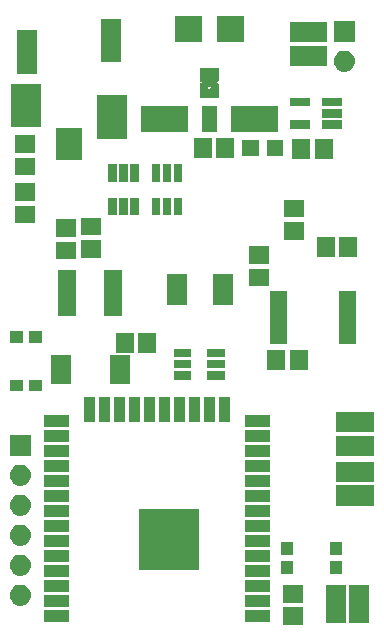
<source format=gbr>
G04 #@! TF.GenerationSoftware,KiCad,Pcbnew,(5.1.0)-1*
G04 #@! TF.CreationDate,2019-05-26T23:58:58+02:00*
G04 #@! TF.ProjectId,UWED,55574544-2e6b-4696-9361-645f70636258,rev?*
G04 #@! TF.SameCoordinates,Original*
G04 #@! TF.FileFunction,Soldermask,Top*
G04 #@! TF.FilePolarity,Negative*
%FSLAX46Y46*%
G04 Gerber Fmt 4.6, Leading zero omitted, Abs format (unit mm)*
G04 Created by KiCad (PCBNEW (5.1.0)-1) date 2019-05-26 23:58:58*
%MOMM*%
%LPD*%
G04 APERTURE LIST*
%ADD10C,0.100000*%
G04 APERTURE END LIST*
D10*
G36*
X156934600Y-132191600D02*
G01*
X155231400Y-132191600D01*
X155231400Y-130688400D01*
X156934600Y-130688400D01*
X156934600Y-132191600D01*
X156934600Y-132191600D01*
G37*
G36*
X162506600Y-132030600D02*
G01*
X160803400Y-132030600D01*
X160803400Y-128827400D01*
X162506600Y-128827400D01*
X162506600Y-132030600D01*
X162506600Y-132030600D01*
G37*
G36*
X160506600Y-132030600D02*
G01*
X158803400Y-132030600D01*
X158803400Y-128827400D01*
X160506600Y-128827400D01*
X160506600Y-132030600D01*
X160506600Y-132030600D01*
G37*
G36*
X137085000Y-131945000D02*
G01*
X134985000Y-131945000D01*
X134985000Y-130945000D01*
X137085000Y-130945000D01*
X137085000Y-131945000D01*
X137085000Y-131945000D01*
G37*
G36*
X154085000Y-131945000D02*
G01*
X151985000Y-131945000D01*
X151985000Y-130945000D01*
X154085000Y-130945000D01*
X154085000Y-131945000D01*
X154085000Y-131945000D01*
G37*
G36*
X137085000Y-130675000D02*
G01*
X134985000Y-130675000D01*
X134985000Y-129675000D01*
X137085000Y-129675000D01*
X137085000Y-130675000D01*
X137085000Y-130675000D01*
G37*
G36*
X154085000Y-130675000D02*
G01*
X151985000Y-130675000D01*
X151985000Y-129675000D01*
X154085000Y-129675000D01*
X154085000Y-130675000D01*
X154085000Y-130675000D01*
G37*
G36*
X133145431Y-128780023D02*
G01*
X133270939Y-128818096D01*
X133315085Y-128831487D01*
X133471431Y-128915056D01*
X133608475Y-129027525D01*
X133720944Y-129164569D01*
X133804513Y-129320915D01*
X133804514Y-129320919D01*
X133855977Y-129490569D01*
X133873354Y-129667000D01*
X133855977Y-129843431D01*
X133817904Y-129968939D01*
X133804513Y-130013085D01*
X133720944Y-130169431D01*
X133608475Y-130306475D01*
X133471431Y-130418944D01*
X133315085Y-130502513D01*
X133270939Y-130515904D01*
X133145431Y-130553977D01*
X133013207Y-130567000D01*
X132924793Y-130567000D01*
X132792569Y-130553977D01*
X132667061Y-130515904D01*
X132622915Y-130502513D01*
X132466569Y-130418944D01*
X132329525Y-130306475D01*
X132217056Y-130169431D01*
X132133487Y-130013085D01*
X132120096Y-129968939D01*
X132082023Y-129843431D01*
X132064646Y-129667000D01*
X132082023Y-129490569D01*
X132133486Y-129320919D01*
X132133487Y-129320915D01*
X132217056Y-129164569D01*
X132329525Y-129027525D01*
X132466569Y-128915056D01*
X132622915Y-128831487D01*
X132667061Y-128818096D01*
X132792569Y-128780023D01*
X132924793Y-128767000D01*
X133013207Y-128767000D01*
X133145431Y-128780023D01*
X133145431Y-128780023D01*
G37*
G36*
X156934600Y-130291600D02*
G01*
X155231400Y-130291600D01*
X155231400Y-128788400D01*
X156934600Y-128788400D01*
X156934600Y-130291600D01*
X156934600Y-130291600D01*
G37*
G36*
X137085000Y-129405000D02*
G01*
X134985000Y-129405000D01*
X134985000Y-128405000D01*
X137085000Y-128405000D01*
X137085000Y-129405000D01*
X137085000Y-129405000D01*
G37*
G36*
X154085000Y-129405000D02*
G01*
X151985000Y-129405000D01*
X151985000Y-128405000D01*
X154085000Y-128405000D01*
X154085000Y-129405000D01*
X154085000Y-129405000D01*
G37*
G36*
X154085000Y-128135000D02*
G01*
X151985000Y-128135000D01*
X151985000Y-127135000D01*
X154085000Y-127135000D01*
X154085000Y-128135000D01*
X154085000Y-128135000D01*
G37*
G36*
X137085000Y-128135000D02*
G01*
X134985000Y-128135000D01*
X134985000Y-127135000D01*
X137085000Y-127135000D01*
X137085000Y-128135000D01*
X137085000Y-128135000D01*
G37*
G36*
X133145431Y-126240023D02*
G01*
X133270939Y-126278096D01*
X133315085Y-126291487D01*
X133471431Y-126375056D01*
X133608475Y-126487525D01*
X133720944Y-126624569D01*
X133804513Y-126780915D01*
X133804514Y-126780919D01*
X133855977Y-126950569D01*
X133873354Y-127127000D01*
X133855977Y-127303431D01*
X133817904Y-127428939D01*
X133804513Y-127473085D01*
X133720944Y-127629431D01*
X133608475Y-127766475D01*
X133471431Y-127878944D01*
X133315085Y-127962513D01*
X133270939Y-127975904D01*
X133145431Y-128013977D01*
X133013207Y-128027000D01*
X132924793Y-128027000D01*
X132792569Y-128013977D01*
X132667061Y-127975904D01*
X132622915Y-127962513D01*
X132466569Y-127878944D01*
X132329525Y-127766475D01*
X132217056Y-127629431D01*
X132133487Y-127473085D01*
X132120096Y-127428939D01*
X132082023Y-127303431D01*
X132064646Y-127127000D01*
X132082023Y-126950569D01*
X132133486Y-126780919D01*
X132133487Y-126780915D01*
X132217056Y-126624569D01*
X132329525Y-126487525D01*
X132466569Y-126375056D01*
X132622915Y-126291487D01*
X132667061Y-126278096D01*
X132792569Y-126240023D01*
X132924793Y-126227000D01*
X133013207Y-126227000D01*
X133145431Y-126240023D01*
X133145431Y-126240023D01*
G37*
G36*
X160157000Y-127842000D02*
G01*
X159157000Y-127842000D01*
X159157000Y-126742000D01*
X160157000Y-126742000D01*
X160157000Y-127842000D01*
X160157000Y-127842000D01*
G37*
G36*
X156057000Y-127842000D02*
G01*
X155057000Y-127842000D01*
X155057000Y-126742000D01*
X156057000Y-126742000D01*
X156057000Y-127842000D01*
X156057000Y-127842000D01*
G37*
G36*
X148085000Y-127495000D02*
G01*
X142985000Y-127495000D01*
X142985000Y-122395000D01*
X148085000Y-122395000D01*
X148085000Y-127495000D01*
X148085000Y-127495000D01*
G37*
G36*
X137085000Y-126865000D02*
G01*
X134985000Y-126865000D01*
X134985000Y-125865000D01*
X137085000Y-125865000D01*
X137085000Y-126865000D01*
X137085000Y-126865000D01*
G37*
G36*
X154085000Y-126865000D02*
G01*
X151985000Y-126865000D01*
X151985000Y-125865000D01*
X154085000Y-125865000D01*
X154085000Y-126865000D01*
X154085000Y-126865000D01*
G37*
G36*
X156057000Y-126242000D02*
G01*
X155057000Y-126242000D01*
X155057000Y-125142000D01*
X156057000Y-125142000D01*
X156057000Y-126242000D01*
X156057000Y-126242000D01*
G37*
G36*
X160157000Y-126242000D02*
G01*
X159157000Y-126242000D01*
X159157000Y-125142000D01*
X160157000Y-125142000D01*
X160157000Y-126242000D01*
X160157000Y-126242000D01*
G37*
G36*
X137085000Y-125595000D02*
G01*
X134985000Y-125595000D01*
X134985000Y-124595000D01*
X137085000Y-124595000D01*
X137085000Y-125595000D01*
X137085000Y-125595000D01*
G37*
G36*
X154085000Y-125595000D02*
G01*
X151985000Y-125595000D01*
X151985000Y-124595000D01*
X154085000Y-124595000D01*
X154085000Y-125595000D01*
X154085000Y-125595000D01*
G37*
G36*
X133145431Y-123700023D02*
G01*
X133270939Y-123738096D01*
X133315085Y-123751487D01*
X133471431Y-123835056D01*
X133608475Y-123947525D01*
X133720944Y-124084569D01*
X133804513Y-124240915D01*
X133804514Y-124240919D01*
X133855977Y-124410569D01*
X133873354Y-124587000D01*
X133855977Y-124763431D01*
X133817904Y-124888939D01*
X133804513Y-124933085D01*
X133720944Y-125089431D01*
X133608475Y-125226475D01*
X133471431Y-125338944D01*
X133315085Y-125422513D01*
X133270939Y-125435904D01*
X133145431Y-125473977D01*
X133013207Y-125487000D01*
X132924793Y-125487000D01*
X132792569Y-125473977D01*
X132667061Y-125435904D01*
X132622915Y-125422513D01*
X132466569Y-125338944D01*
X132329525Y-125226475D01*
X132217056Y-125089431D01*
X132133487Y-124933085D01*
X132120096Y-124888939D01*
X132082023Y-124763431D01*
X132064646Y-124587000D01*
X132082023Y-124410569D01*
X132133486Y-124240919D01*
X132133487Y-124240915D01*
X132217056Y-124084569D01*
X132329525Y-123947525D01*
X132466569Y-123835056D01*
X132622915Y-123751487D01*
X132667061Y-123738096D01*
X132792569Y-123700023D01*
X132924793Y-123687000D01*
X133013207Y-123687000D01*
X133145431Y-123700023D01*
X133145431Y-123700023D01*
G37*
G36*
X154085000Y-124325000D02*
G01*
X151985000Y-124325000D01*
X151985000Y-123325000D01*
X154085000Y-123325000D01*
X154085000Y-124325000D01*
X154085000Y-124325000D01*
G37*
G36*
X137085000Y-124325000D02*
G01*
X134985000Y-124325000D01*
X134985000Y-123325000D01*
X137085000Y-123325000D01*
X137085000Y-124325000D01*
X137085000Y-124325000D01*
G37*
G36*
X154085000Y-123055000D02*
G01*
X151985000Y-123055000D01*
X151985000Y-122055000D01*
X154085000Y-122055000D01*
X154085000Y-123055000D01*
X154085000Y-123055000D01*
G37*
G36*
X137085000Y-123055000D02*
G01*
X134985000Y-123055000D01*
X134985000Y-122055000D01*
X137085000Y-122055000D01*
X137085000Y-123055000D01*
X137085000Y-123055000D01*
G37*
G36*
X133145431Y-121160023D02*
G01*
X133270939Y-121198096D01*
X133315085Y-121211487D01*
X133471431Y-121295056D01*
X133608475Y-121407525D01*
X133720944Y-121544569D01*
X133804513Y-121700915D01*
X133804514Y-121700919D01*
X133855977Y-121870569D01*
X133873354Y-122047000D01*
X133855977Y-122223431D01*
X133817904Y-122348939D01*
X133804513Y-122393085D01*
X133720944Y-122549431D01*
X133608475Y-122686475D01*
X133471431Y-122798944D01*
X133315085Y-122882513D01*
X133270939Y-122895904D01*
X133145431Y-122933977D01*
X133013207Y-122947000D01*
X132924793Y-122947000D01*
X132792569Y-122933977D01*
X132667061Y-122895904D01*
X132622915Y-122882513D01*
X132466569Y-122798944D01*
X132329525Y-122686475D01*
X132217056Y-122549431D01*
X132133487Y-122393085D01*
X132120096Y-122348939D01*
X132082023Y-122223431D01*
X132064646Y-122047000D01*
X132082023Y-121870569D01*
X132133486Y-121700919D01*
X132133487Y-121700915D01*
X132217056Y-121544569D01*
X132329525Y-121407525D01*
X132466569Y-121295056D01*
X132622915Y-121211487D01*
X132667061Y-121198096D01*
X132792569Y-121160023D01*
X132924793Y-121147000D01*
X133013207Y-121147000D01*
X133145431Y-121160023D01*
X133145431Y-121160023D01*
G37*
G36*
X162904200Y-122064800D02*
G01*
X159701000Y-122064800D01*
X159701000Y-120361600D01*
X162904200Y-120361600D01*
X162904200Y-122064800D01*
X162904200Y-122064800D01*
G37*
G36*
X137085000Y-121785000D02*
G01*
X134985000Y-121785000D01*
X134985000Y-120785000D01*
X137085000Y-120785000D01*
X137085000Y-121785000D01*
X137085000Y-121785000D01*
G37*
G36*
X154085000Y-121785000D02*
G01*
X151985000Y-121785000D01*
X151985000Y-120785000D01*
X154085000Y-120785000D01*
X154085000Y-121785000D01*
X154085000Y-121785000D01*
G37*
G36*
X137085000Y-120515000D02*
G01*
X134985000Y-120515000D01*
X134985000Y-119515000D01*
X137085000Y-119515000D01*
X137085000Y-120515000D01*
X137085000Y-120515000D01*
G37*
G36*
X154085000Y-120515000D02*
G01*
X151985000Y-120515000D01*
X151985000Y-119515000D01*
X154085000Y-119515000D01*
X154085000Y-120515000D01*
X154085000Y-120515000D01*
G37*
G36*
X133145431Y-118620023D02*
G01*
X133270939Y-118658096D01*
X133315085Y-118671487D01*
X133471431Y-118755056D01*
X133608475Y-118867525D01*
X133720944Y-119004569D01*
X133804513Y-119160915D01*
X133804514Y-119160919D01*
X133855977Y-119330569D01*
X133873354Y-119507000D01*
X133855977Y-119683431D01*
X133817904Y-119808939D01*
X133804513Y-119853085D01*
X133720944Y-120009431D01*
X133608475Y-120146475D01*
X133471431Y-120258944D01*
X133315085Y-120342513D01*
X133270939Y-120355904D01*
X133145431Y-120393977D01*
X133013207Y-120407000D01*
X132924793Y-120407000D01*
X132792569Y-120393977D01*
X132667061Y-120355904D01*
X132622915Y-120342513D01*
X132466569Y-120258944D01*
X132329525Y-120146475D01*
X132217056Y-120009431D01*
X132133487Y-119853085D01*
X132120096Y-119808939D01*
X132082023Y-119683431D01*
X132064646Y-119507000D01*
X132082023Y-119330569D01*
X132133486Y-119160919D01*
X132133487Y-119160915D01*
X132217056Y-119004569D01*
X132329525Y-118867525D01*
X132466569Y-118755056D01*
X132622915Y-118671487D01*
X132667061Y-118658096D01*
X132792569Y-118620023D01*
X132924793Y-118607000D01*
X133013207Y-118607000D01*
X133145431Y-118620023D01*
X133145431Y-118620023D01*
G37*
G36*
X162904200Y-120064800D02*
G01*
X159701000Y-120064800D01*
X159701000Y-118361600D01*
X162904200Y-118361600D01*
X162904200Y-120064800D01*
X162904200Y-120064800D01*
G37*
G36*
X137085000Y-119245000D02*
G01*
X134985000Y-119245000D01*
X134985000Y-118245000D01*
X137085000Y-118245000D01*
X137085000Y-119245000D01*
X137085000Y-119245000D01*
G37*
G36*
X154085000Y-119245000D02*
G01*
X151985000Y-119245000D01*
X151985000Y-118245000D01*
X154085000Y-118245000D01*
X154085000Y-119245000D01*
X154085000Y-119245000D01*
G37*
G36*
X154085000Y-117975000D02*
G01*
X151985000Y-117975000D01*
X151985000Y-116975000D01*
X154085000Y-116975000D01*
X154085000Y-117975000D01*
X154085000Y-117975000D01*
G37*
G36*
X137085000Y-117975000D02*
G01*
X134985000Y-117975000D01*
X134985000Y-116975000D01*
X137085000Y-116975000D01*
X137085000Y-117975000D01*
X137085000Y-117975000D01*
G37*
G36*
X162904200Y-117873800D02*
G01*
X159701000Y-117873800D01*
X159701000Y-116170600D01*
X162904200Y-116170600D01*
X162904200Y-117873800D01*
X162904200Y-117873800D01*
G37*
G36*
X133869000Y-117867000D02*
G01*
X132069000Y-117867000D01*
X132069000Y-116067000D01*
X133869000Y-116067000D01*
X133869000Y-117867000D01*
X133869000Y-117867000D01*
G37*
G36*
X137085000Y-116705000D02*
G01*
X134985000Y-116705000D01*
X134985000Y-115705000D01*
X137085000Y-115705000D01*
X137085000Y-116705000D01*
X137085000Y-116705000D01*
G37*
G36*
X154085000Y-116705000D02*
G01*
X151985000Y-116705000D01*
X151985000Y-115705000D01*
X154085000Y-115705000D01*
X154085000Y-116705000D01*
X154085000Y-116705000D01*
G37*
G36*
X162904200Y-115873800D02*
G01*
X159701000Y-115873800D01*
X159701000Y-114170600D01*
X162904200Y-114170600D01*
X162904200Y-115873800D01*
X162904200Y-115873800D01*
G37*
G36*
X154085000Y-115435000D02*
G01*
X151985000Y-115435000D01*
X151985000Y-114435000D01*
X154085000Y-114435000D01*
X154085000Y-115435000D01*
X154085000Y-115435000D01*
G37*
G36*
X137085000Y-115435000D02*
G01*
X134985000Y-115435000D01*
X134985000Y-114435000D01*
X137085000Y-114435000D01*
X137085000Y-115435000D01*
X137085000Y-115435000D01*
G37*
G36*
X141860000Y-114985000D02*
G01*
X140860000Y-114985000D01*
X140860000Y-112885000D01*
X141860000Y-112885000D01*
X141860000Y-114985000D01*
X141860000Y-114985000D01*
G37*
G36*
X149480000Y-114985000D02*
G01*
X148480000Y-114985000D01*
X148480000Y-112885000D01*
X149480000Y-112885000D01*
X149480000Y-114985000D01*
X149480000Y-114985000D01*
G37*
G36*
X150750000Y-114985000D02*
G01*
X149750000Y-114985000D01*
X149750000Y-112885000D01*
X150750000Y-112885000D01*
X150750000Y-114985000D01*
X150750000Y-114985000D01*
G37*
G36*
X148210000Y-114985000D02*
G01*
X147210000Y-114985000D01*
X147210000Y-112885000D01*
X148210000Y-112885000D01*
X148210000Y-114985000D01*
X148210000Y-114985000D01*
G37*
G36*
X145670000Y-114985000D02*
G01*
X144670000Y-114985000D01*
X144670000Y-112885000D01*
X145670000Y-112885000D01*
X145670000Y-114985000D01*
X145670000Y-114985000D01*
G37*
G36*
X140590000Y-114985000D02*
G01*
X139590000Y-114985000D01*
X139590000Y-112885000D01*
X140590000Y-112885000D01*
X140590000Y-114985000D01*
X140590000Y-114985000D01*
G37*
G36*
X139320000Y-114985000D02*
G01*
X138320000Y-114985000D01*
X138320000Y-112885000D01*
X139320000Y-112885000D01*
X139320000Y-114985000D01*
X139320000Y-114985000D01*
G37*
G36*
X144400000Y-114985000D02*
G01*
X143400000Y-114985000D01*
X143400000Y-112885000D01*
X144400000Y-112885000D01*
X144400000Y-114985000D01*
X144400000Y-114985000D01*
G37*
G36*
X146940000Y-114985000D02*
G01*
X145940000Y-114985000D01*
X145940000Y-112885000D01*
X146940000Y-112885000D01*
X146940000Y-114985000D01*
X146940000Y-114985000D01*
G37*
G36*
X143130000Y-114985000D02*
G01*
X142130000Y-114985000D01*
X142130000Y-112885000D01*
X143130000Y-112885000D01*
X143130000Y-114985000D01*
X143130000Y-114985000D01*
G37*
G36*
X133227000Y-112405000D02*
G01*
X132127000Y-112405000D01*
X132127000Y-111405000D01*
X133227000Y-111405000D01*
X133227000Y-112405000D01*
X133227000Y-112405000D01*
G37*
G36*
X134827000Y-112405000D02*
G01*
X133727000Y-112405000D01*
X133727000Y-111405000D01*
X134827000Y-111405000D01*
X134827000Y-112405000D01*
X134827000Y-112405000D01*
G37*
G36*
X137262200Y-111796800D02*
G01*
X135559000Y-111796800D01*
X135559000Y-109293600D01*
X137262200Y-109293600D01*
X137262200Y-111796800D01*
X137262200Y-111796800D01*
G37*
G36*
X142262200Y-111796800D02*
G01*
X140559000Y-111796800D01*
X140559000Y-109293600D01*
X142262200Y-109293600D01*
X142262200Y-111796800D01*
X142262200Y-111796800D01*
G37*
G36*
X147434200Y-111399400D02*
G01*
X145961000Y-111399400D01*
X145961000Y-110688200D01*
X147434200Y-110688200D01*
X147434200Y-111399400D01*
X147434200Y-111399400D01*
G37*
G36*
X150253600Y-111399400D02*
G01*
X148780400Y-111399400D01*
X148780400Y-110688200D01*
X150253600Y-110688200D01*
X150253600Y-111399400D01*
X150253600Y-111399400D01*
G37*
G36*
X157276600Y-110579600D02*
G01*
X155773400Y-110579600D01*
X155773400Y-108876400D01*
X157276600Y-108876400D01*
X157276600Y-110579600D01*
X157276600Y-110579600D01*
G37*
G36*
X155376600Y-110579600D02*
G01*
X153873400Y-110579600D01*
X153873400Y-108876400D01*
X155376600Y-108876400D01*
X155376600Y-110579600D01*
X155376600Y-110579600D01*
G37*
G36*
X150253600Y-110459600D02*
G01*
X148780400Y-110459600D01*
X148780400Y-109748400D01*
X150253600Y-109748400D01*
X150253600Y-110459600D01*
X150253600Y-110459600D01*
G37*
G36*
X147434200Y-110459600D02*
G01*
X145961000Y-110459600D01*
X145961000Y-109748400D01*
X147434200Y-109748400D01*
X147434200Y-110459600D01*
X147434200Y-110459600D01*
G37*
G36*
X150253600Y-109519800D02*
G01*
X148780400Y-109519800D01*
X148780400Y-108808600D01*
X150253600Y-108808600D01*
X150253600Y-109519800D01*
X150253600Y-109519800D01*
G37*
G36*
X147434200Y-109519800D02*
G01*
X145961000Y-109519800D01*
X145961000Y-108808600D01*
X147434200Y-108808600D01*
X147434200Y-109519800D01*
X147434200Y-109519800D01*
G37*
G36*
X142562200Y-109126800D02*
G01*
X141059000Y-109126800D01*
X141059000Y-107423600D01*
X142562200Y-107423600D01*
X142562200Y-109126800D01*
X142562200Y-109126800D01*
G37*
G36*
X144462200Y-109126800D02*
G01*
X142959000Y-109126800D01*
X142959000Y-107423600D01*
X144462200Y-107423600D01*
X144462200Y-109126800D01*
X144462200Y-109126800D01*
G37*
G36*
X155547200Y-107726251D02*
G01*
X155548641Y-107740883D01*
X155548641Y-108423550D01*
X154075441Y-108423550D01*
X154075441Y-107848549D01*
X154074000Y-107833917D01*
X154074000Y-103900050D01*
X155547200Y-103900050D01*
X155547200Y-107726251D01*
X155547200Y-107726251D01*
G37*
G36*
X161398640Y-108423309D02*
G01*
X159925440Y-108423309D01*
X159925440Y-103900050D01*
X161398640Y-103900050D01*
X161398640Y-108423309D01*
X161398640Y-108423309D01*
G37*
G36*
X134827000Y-108305000D02*
G01*
X133727000Y-108305000D01*
X133727000Y-107305000D01*
X134827000Y-107305000D01*
X134827000Y-108305000D01*
X134827000Y-108305000D01*
G37*
G36*
X133227000Y-108305000D02*
G01*
X132127000Y-108305000D01*
X132127000Y-107305000D01*
X133227000Y-107305000D01*
X133227000Y-108305000D01*
X133227000Y-108305000D01*
G37*
G36*
X137655200Y-105995550D02*
G01*
X136182000Y-105995550D01*
X136182000Y-102122050D01*
X137655200Y-102122050D01*
X137655200Y-105995550D01*
X137655200Y-105995550D01*
G37*
G36*
X141556640Y-105995550D02*
G01*
X140083440Y-105995550D01*
X140083440Y-102122050D01*
X141556640Y-102122050D01*
X141556640Y-105995550D01*
X141556640Y-105995550D01*
G37*
G36*
X147041200Y-105075800D02*
G01*
X145338000Y-105075800D01*
X145338000Y-102502600D01*
X147041200Y-102502600D01*
X147041200Y-105075800D01*
X147041200Y-105075800D01*
G37*
G36*
X150941200Y-105075800D02*
G01*
X149238000Y-105075800D01*
X149238000Y-102502600D01*
X150941200Y-102502600D01*
X150941200Y-105075800D01*
X150941200Y-105075800D01*
G37*
G36*
X154026200Y-103499800D02*
G01*
X152323000Y-103499800D01*
X152323000Y-101996600D01*
X154026200Y-101996600D01*
X154026200Y-103499800D01*
X154026200Y-103499800D01*
G37*
G36*
X154026200Y-101599800D02*
G01*
X152323000Y-101599800D01*
X152323000Y-100096600D01*
X154026200Y-100096600D01*
X154026200Y-101599800D01*
X154026200Y-101599800D01*
G37*
G36*
X137643200Y-101213800D02*
G01*
X135940000Y-101213800D01*
X135940000Y-99710600D01*
X137643200Y-99710600D01*
X137643200Y-101213800D01*
X137643200Y-101213800D01*
G37*
G36*
X139802200Y-101086800D02*
G01*
X138099000Y-101086800D01*
X138099000Y-99583600D01*
X139802200Y-99583600D01*
X139802200Y-101086800D01*
X139802200Y-101086800D01*
G37*
G36*
X159580200Y-100998800D02*
G01*
X158077000Y-100998800D01*
X158077000Y-99295600D01*
X159580200Y-99295600D01*
X159580200Y-100998800D01*
X159580200Y-100998800D01*
G37*
G36*
X161480200Y-100998800D02*
G01*
X159977000Y-100998800D01*
X159977000Y-99295600D01*
X161480200Y-99295600D01*
X161480200Y-100998800D01*
X161480200Y-100998800D01*
G37*
G36*
X156947200Y-99562800D02*
G01*
X155244000Y-99562800D01*
X155244000Y-98059600D01*
X156947200Y-98059600D01*
X156947200Y-99562800D01*
X156947200Y-99562800D01*
G37*
G36*
X137643200Y-99313800D02*
G01*
X135940000Y-99313800D01*
X135940000Y-97810600D01*
X137643200Y-97810600D01*
X137643200Y-99313800D01*
X137643200Y-99313800D01*
G37*
G36*
X139802200Y-99186800D02*
G01*
X138099000Y-99186800D01*
X138099000Y-97683600D01*
X139802200Y-97683600D01*
X139802200Y-99186800D01*
X139802200Y-99186800D01*
G37*
G36*
X134214200Y-98165800D02*
G01*
X132511000Y-98165800D01*
X132511000Y-96662600D01*
X134214200Y-96662600D01*
X134214200Y-98165800D01*
X134214200Y-98165800D01*
G37*
G36*
X156947200Y-97662800D02*
G01*
X155244000Y-97662800D01*
X155244000Y-96159600D01*
X156947200Y-96159600D01*
X156947200Y-97662800D01*
X156947200Y-97662800D01*
G37*
G36*
X146672200Y-97480200D02*
G01*
X145961000Y-97480200D01*
X145961000Y-96007000D01*
X146672200Y-96007000D01*
X146672200Y-97480200D01*
X146672200Y-97480200D01*
G37*
G36*
X142049400Y-97480200D02*
G01*
X141338200Y-97480200D01*
X141338200Y-96007000D01*
X142049400Y-96007000D01*
X142049400Y-97480200D01*
X142049400Y-97480200D01*
G37*
G36*
X141109600Y-97480200D02*
G01*
X140398400Y-97480200D01*
X140398400Y-96007000D01*
X141109600Y-96007000D01*
X141109600Y-97480200D01*
X141109600Y-97480200D01*
G37*
G36*
X142989200Y-97480200D02*
G01*
X142278000Y-97480200D01*
X142278000Y-96007000D01*
X142989200Y-96007000D01*
X142989200Y-97480200D01*
X142989200Y-97480200D01*
G37*
G36*
X144792600Y-97480200D02*
G01*
X144081400Y-97480200D01*
X144081400Y-96007000D01*
X144792600Y-96007000D01*
X144792600Y-97480200D01*
X144792600Y-97480200D01*
G37*
G36*
X145732400Y-97480200D02*
G01*
X145021200Y-97480200D01*
X145021200Y-96007000D01*
X145732400Y-96007000D01*
X145732400Y-97480200D01*
X145732400Y-97480200D01*
G37*
G36*
X134214200Y-96265800D02*
G01*
X132511000Y-96265800D01*
X132511000Y-94762600D01*
X134214200Y-94762600D01*
X134214200Y-96265800D01*
X134214200Y-96265800D01*
G37*
G36*
X144792600Y-94660800D02*
G01*
X144081400Y-94660800D01*
X144081400Y-93187600D01*
X144792600Y-93187600D01*
X144792600Y-94660800D01*
X144792600Y-94660800D01*
G37*
G36*
X145732400Y-94660800D02*
G01*
X145021200Y-94660800D01*
X145021200Y-93187600D01*
X145732400Y-93187600D01*
X145732400Y-94660800D01*
X145732400Y-94660800D01*
G37*
G36*
X141109600Y-94660800D02*
G01*
X140398400Y-94660800D01*
X140398400Y-93187600D01*
X141109600Y-93187600D01*
X141109600Y-94660800D01*
X141109600Y-94660800D01*
G37*
G36*
X142989200Y-94660800D02*
G01*
X142278000Y-94660800D01*
X142278000Y-93187600D01*
X142989200Y-93187600D01*
X142989200Y-94660800D01*
X142989200Y-94660800D01*
G37*
G36*
X142049400Y-94660800D02*
G01*
X141338200Y-94660800D01*
X141338200Y-93187600D01*
X142049400Y-93187600D01*
X142049400Y-94660800D01*
X142049400Y-94660800D01*
G37*
G36*
X146672200Y-94660800D02*
G01*
X145961000Y-94660800D01*
X145961000Y-93187600D01*
X146672200Y-93187600D01*
X146672200Y-94660800D01*
X146672200Y-94660800D01*
G37*
G36*
X134214200Y-94101800D02*
G01*
X132511000Y-94101800D01*
X132511000Y-92598600D01*
X134214200Y-92598600D01*
X134214200Y-94101800D01*
X134214200Y-94101800D01*
G37*
G36*
X138147200Y-92843800D02*
G01*
X135944000Y-92843800D01*
X135944000Y-90140600D01*
X138147200Y-90140600D01*
X138147200Y-92843800D01*
X138147200Y-92843800D01*
G37*
G36*
X157501600Y-92751600D02*
G01*
X155998400Y-92751600D01*
X155998400Y-91048400D01*
X157501600Y-91048400D01*
X157501600Y-92751600D01*
X157501600Y-92751600D01*
G37*
G36*
X159401600Y-92751600D02*
G01*
X157898400Y-92751600D01*
X157898400Y-91048400D01*
X159401600Y-91048400D01*
X159401600Y-92751600D01*
X159401600Y-92751600D01*
G37*
G36*
X149166200Y-92616800D02*
G01*
X147663000Y-92616800D01*
X147663000Y-90913600D01*
X149166200Y-90913600D01*
X149166200Y-92616800D01*
X149166200Y-92616800D01*
G37*
G36*
X151066200Y-92616800D02*
G01*
X149563000Y-92616800D01*
X149563000Y-90913600D01*
X151066200Y-90913600D01*
X151066200Y-92616800D01*
X151066200Y-92616800D01*
G37*
G36*
X155231000Y-92492200D02*
G01*
X153827800Y-92492200D01*
X153827800Y-91089000D01*
X155231000Y-91089000D01*
X155231000Y-92492200D01*
X155231000Y-92492200D01*
G37*
G36*
X153131000Y-92492200D02*
G01*
X151727800Y-92492200D01*
X151727800Y-91089000D01*
X153131000Y-91089000D01*
X153131000Y-92492200D01*
X153131000Y-92492200D01*
G37*
G36*
X134214200Y-92201800D02*
G01*
X132511000Y-92201800D01*
X132511000Y-90698600D01*
X134214200Y-90698600D01*
X134214200Y-92201800D01*
X134214200Y-92201800D01*
G37*
G36*
X141997200Y-91043800D02*
G01*
X139494000Y-91043800D01*
X139494000Y-87340600D01*
X141997200Y-87340600D01*
X141997200Y-91043800D01*
X141997200Y-91043800D01*
G37*
G36*
X154800200Y-90469800D02*
G01*
X150787000Y-90469800D01*
X150787000Y-88234600D01*
X154800200Y-88234600D01*
X154800200Y-90469800D01*
X154800200Y-90469800D01*
G37*
G36*
X149593200Y-90469800D02*
G01*
X148374000Y-90469800D01*
X148374000Y-88234600D01*
X149593200Y-88234600D01*
X149593200Y-90469800D01*
X149593200Y-90469800D01*
G37*
G36*
X147180200Y-90469800D02*
G01*
X143167000Y-90469800D01*
X143167000Y-88234600D01*
X147180200Y-88234600D01*
X147180200Y-90469800D01*
X147180200Y-90469800D01*
G37*
G36*
X157480000Y-90175000D02*
G01*
X155820000Y-90175000D01*
X155820000Y-89425000D01*
X157480000Y-89425000D01*
X157480000Y-90175000D01*
X157480000Y-90175000D01*
G37*
G36*
X160180000Y-90175000D02*
G01*
X158520000Y-90175000D01*
X158520000Y-89425000D01*
X160180000Y-89425000D01*
X160180000Y-90175000D01*
X160180000Y-90175000D01*
G37*
G36*
X134697200Y-90043800D02*
G01*
X132194000Y-90043800D01*
X132194000Y-86340600D01*
X134697200Y-86340600D01*
X134697200Y-90043800D01*
X134697200Y-90043800D01*
G37*
G36*
X160180000Y-89225000D02*
G01*
X158520000Y-89225000D01*
X158520000Y-88475000D01*
X160180000Y-88475000D01*
X160180000Y-89225000D01*
X160180000Y-89225000D01*
G37*
G36*
X160180000Y-88275000D02*
G01*
X158520000Y-88275000D01*
X158520000Y-87525000D01*
X160180000Y-87525000D01*
X160180000Y-88275000D01*
X160180000Y-88275000D01*
G37*
G36*
X157480000Y-88275000D02*
G01*
X155820000Y-88275000D01*
X155820000Y-87525000D01*
X157480000Y-87525000D01*
X157480000Y-88275000D01*
X157480000Y-88275000D01*
G37*
G36*
X149709803Y-85015723D02*
G01*
X149719227Y-85018582D01*
X149727912Y-85023224D01*
X149735526Y-85029474D01*
X149741776Y-85037088D01*
X149746418Y-85045773D01*
X149749277Y-85055197D01*
X149750605Y-85068684D01*
X149750605Y-86061316D01*
X149749277Y-86074803D01*
X149746418Y-86084227D01*
X149741776Y-86092912D01*
X149735540Y-86100510D01*
X149735537Y-86100512D01*
X149735526Y-86100526D01*
X149727869Y-86106804D01*
X149727837Y-86106825D01*
X149724987Y-86109162D01*
X149603069Y-86190441D01*
X149591694Y-86199756D01*
X149582355Y-86211112D01*
X149575411Y-86224071D01*
X149571128Y-86238136D01*
X149569672Y-86252766D01*
X149571098Y-86267399D01*
X149575351Y-86281473D01*
X149582268Y-86294446D01*
X149591583Y-86305821D01*
X149602939Y-86315160D01*
X149615898Y-86322104D01*
X149629963Y-86326387D01*
X149644593Y-86327843D01*
X149659226Y-86326417D01*
X149673300Y-86322164D01*
X149679944Y-86319030D01*
X149680822Y-86318562D01*
X149690250Y-86315713D01*
X149693518Y-86315395D01*
X149700051Y-86314758D01*
X149700053Y-86314758D01*
X149701554Y-86314908D01*
X149709854Y-86315733D01*
X149719275Y-86318602D01*
X149727956Y-86323254D01*
X149735565Y-86329512D01*
X149741803Y-86337129D01*
X149741804Y-86337131D01*
X149746438Y-86345822D01*
X149748680Y-86353241D01*
X149749292Y-86355266D01*
X149750605Y-86368669D01*
X149750605Y-87511316D01*
X149749277Y-87524803D01*
X149746418Y-87534227D01*
X149741776Y-87542912D01*
X149735526Y-87550526D01*
X149727912Y-87556776D01*
X149719227Y-87561418D01*
X149709803Y-87564277D01*
X149696316Y-87565605D01*
X148203684Y-87565605D01*
X148190197Y-87564277D01*
X148180773Y-87561418D01*
X148172088Y-87556776D01*
X148164474Y-87550526D01*
X148158224Y-87542912D01*
X148153582Y-87534227D01*
X148150723Y-87524803D01*
X148149395Y-87511316D01*
X148149395Y-86669908D01*
X148820184Y-86669908D01*
X148820184Y-86684610D01*
X148823053Y-86699030D01*
X148828680Y-86712613D01*
X148836848Y-86724837D01*
X148847245Y-86735233D01*
X148853220Y-86739660D01*
X148908398Y-86776445D01*
X148921372Y-86783362D01*
X148935446Y-86787615D01*
X148950079Y-86789041D01*
X148964709Y-86787585D01*
X148978774Y-86783302D01*
X148991602Y-86776445D01*
X149046929Y-86739560D01*
X149058304Y-86730245D01*
X149067643Y-86718889D01*
X149074587Y-86705930D01*
X149078870Y-86691865D01*
X149080326Y-86677235D01*
X149078900Y-86662602D01*
X149074647Y-86648528D01*
X149067730Y-86635555D01*
X149058415Y-86624180D01*
X149047059Y-86614841D01*
X149034100Y-86607897D01*
X149020035Y-86603614D01*
X149005405Y-86602158D01*
X148990772Y-86603584D01*
X148976698Y-86607837D01*
X148970055Y-86610970D01*
X148969178Y-86611438D01*
X148959750Y-86614287D01*
X148956482Y-86614605D01*
X148949949Y-86615242D01*
X148949947Y-86615242D01*
X148948446Y-86615092D01*
X148940146Y-86614267D01*
X148930686Y-86611386D01*
X148930175Y-86611113D01*
X148916591Y-86605487D01*
X148902171Y-86602619D01*
X148887469Y-86602619D01*
X148873049Y-86605488D01*
X148859466Y-86611115D01*
X148847242Y-86619283D01*
X148836846Y-86629680D01*
X148828678Y-86641904D01*
X148823052Y-86655488D01*
X148820184Y-86669908D01*
X148149395Y-86669908D01*
X148149395Y-86368684D01*
X148150723Y-86355197D01*
X148153582Y-86345773D01*
X148158224Y-86337088D01*
X148164474Y-86329474D01*
X148172088Y-86323224D01*
X148180773Y-86318582D01*
X148190197Y-86315723D01*
X148200000Y-86314758D01*
X148209803Y-86315723D01*
X148219241Y-86318586D01*
X148219932Y-86318955D01*
X148233518Y-86324574D01*
X148247939Y-86327435D01*
X148262642Y-86327428D01*
X148277060Y-86324553D01*
X148290641Y-86318920D01*
X148302861Y-86310746D01*
X148313252Y-86300344D01*
X148321415Y-86288116D01*
X148327034Y-86274530D01*
X148329895Y-86260109D01*
X148329888Y-86245406D01*
X148327013Y-86230988D01*
X148321380Y-86217407D01*
X148313206Y-86205187D01*
X148302804Y-86194796D01*
X148296856Y-86190391D01*
X148174994Y-86109149D01*
X148164512Y-86100565D01*
X148158254Y-86092956D01*
X148153602Y-86084275D01*
X148150739Y-86074873D01*
X148150738Y-86074868D01*
X148150734Y-86074853D01*
X148149758Y-86065000D01*
X148149758Y-86064963D01*
X148149395Y-86061296D01*
X148149395Y-85068684D01*
X148150723Y-85055197D01*
X148153582Y-85045773D01*
X148158224Y-85037088D01*
X148164474Y-85029474D01*
X148172088Y-85023224D01*
X148180773Y-85018582D01*
X148190197Y-85015723D01*
X148203684Y-85014395D01*
X149696316Y-85014395D01*
X149709803Y-85015723D01*
X149709803Y-85015723D01*
G37*
G36*
X134397200Y-85543800D02*
G01*
X132694000Y-85543800D01*
X132694000Y-81840600D01*
X134397200Y-81840600D01*
X134397200Y-85543800D01*
X134397200Y-85543800D01*
G37*
G36*
X160577431Y-83568023D02*
G01*
X160702939Y-83606096D01*
X160747085Y-83619487D01*
X160903431Y-83703056D01*
X161040475Y-83815525D01*
X161152944Y-83952569D01*
X161236513Y-84108915D01*
X161236514Y-84108919D01*
X161287977Y-84278569D01*
X161305354Y-84455000D01*
X161287977Y-84631431D01*
X161249904Y-84756939D01*
X161236513Y-84801085D01*
X161152944Y-84957431D01*
X161040475Y-85094475D01*
X160903431Y-85206944D01*
X160747085Y-85290513D01*
X160702939Y-85303904D01*
X160577431Y-85341977D01*
X160445207Y-85355000D01*
X160356793Y-85355000D01*
X160224569Y-85341977D01*
X160099061Y-85303904D01*
X160054915Y-85290513D01*
X159898569Y-85206944D01*
X159761525Y-85094475D01*
X159649056Y-84957431D01*
X159565487Y-84801085D01*
X159552096Y-84756939D01*
X159514023Y-84631431D01*
X159496646Y-84455000D01*
X159514023Y-84278569D01*
X159565486Y-84108919D01*
X159565487Y-84108915D01*
X159649056Y-83952569D01*
X159761525Y-83815525D01*
X159898569Y-83703056D01*
X160054915Y-83619487D01*
X160099061Y-83606096D01*
X160224569Y-83568023D01*
X160356793Y-83555000D01*
X160445207Y-83555000D01*
X160577431Y-83568023D01*
X160577431Y-83568023D01*
G37*
G36*
X158967200Y-84853800D02*
G01*
X155764000Y-84853800D01*
X155764000Y-83150600D01*
X158967200Y-83150600D01*
X158967200Y-84853800D01*
X158967200Y-84853800D01*
G37*
G36*
X141497200Y-84543800D02*
G01*
X139794000Y-84543800D01*
X139794000Y-80840600D01*
X141497200Y-80840600D01*
X141497200Y-84543800D01*
X141497200Y-84543800D01*
G37*
G36*
X158967200Y-82853800D02*
G01*
X155764000Y-82853800D01*
X155764000Y-81150600D01*
X158967200Y-81150600D01*
X158967200Y-82853800D01*
X158967200Y-82853800D01*
G37*
G36*
X148323200Y-82849800D02*
G01*
X146088000Y-82849800D01*
X146088000Y-80614600D01*
X148323200Y-80614600D01*
X148323200Y-82849800D01*
X148323200Y-82849800D01*
G37*
G36*
X151879200Y-82849800D02*
G01*
X149644000Y-82849800D01*
X149644000Y-80614600D01*
X151879200Y-80614600D01*
X151879200Y-82849800D01*
X151879200Y-82849800D01*
G37*
G36*
X161301000Y-82815000D02*
G01*
X159501000Y-82815000D01*
X159501000Y-81015000D01*
X161301000Y-81015000D01*
X161301000Y-82815000D01*
X161301000Y-82815000D01*
G37*
M02*

</source>
